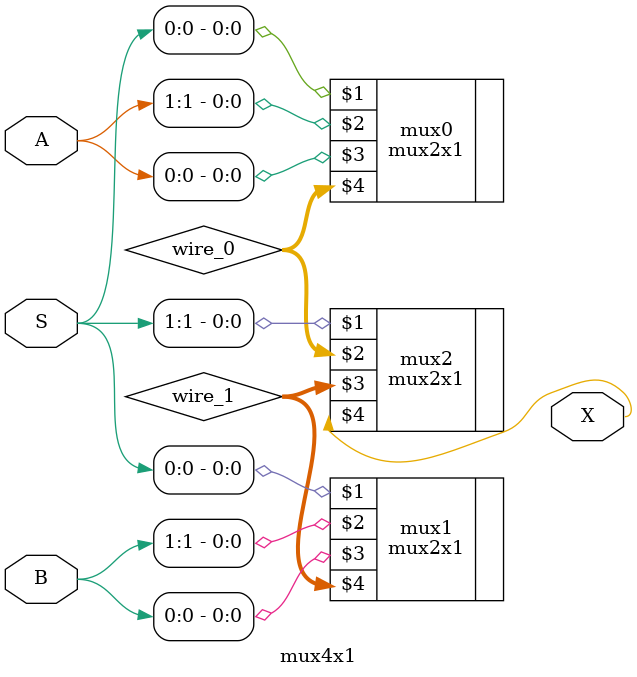
<source format=v>
module mux4x1(input [1:0]S, input [1:0]A, input [1:0]B, output X);

 wire [1:0]wire_0;
 wire [1:0]wire_1;
	
 mux2x1 mux0(S[0], A[1], A[0], wire_0);
 mux2x1 mux1(S[0], B[1], B[0], wire_1);
 mux2x1 mux2(S[1], wire_0, wire_1, X);

endmodule 
</source>
